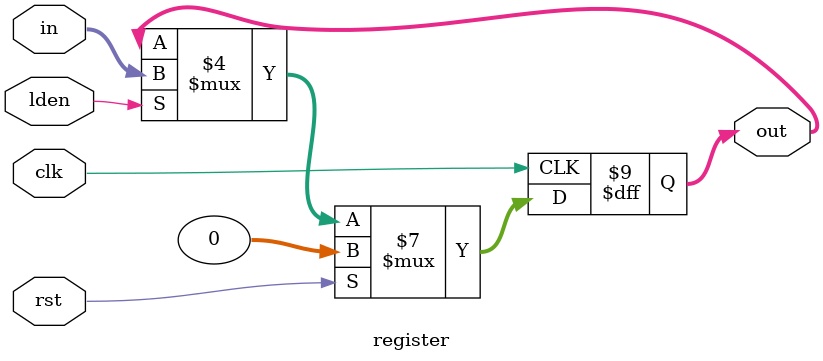
<source format=v>
module register (clk, rst, in, lden, out);
input clk, rst;
input [31:0] in ;
input lden;
output reg [31:0] out;

always@ (posedge clk)
begin 
if (rst ==1)
out<= 31'b0000000;
else if (lden ==1)
out <= in ;
end
endmodule

</source>
